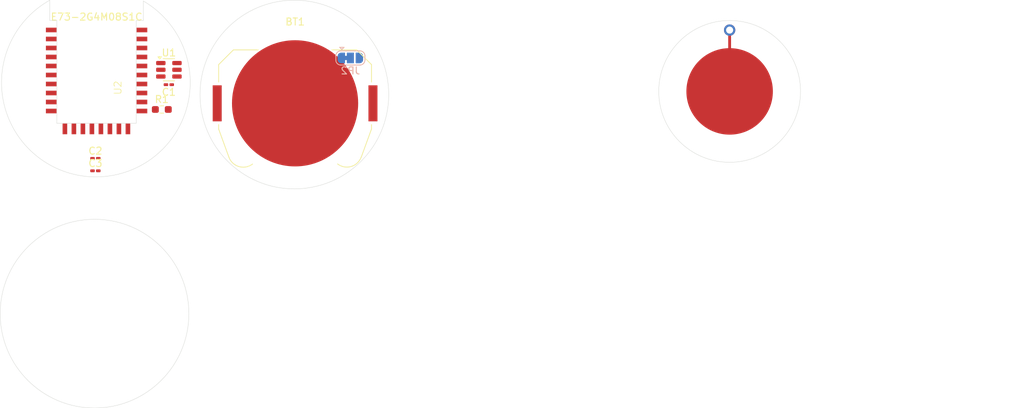
<source format=kicad_pcb>
(kicad_pcb (version 20240108) (generator "pcbnew") (generator_version "8.0")
  (layers (0 "F.Cu" signal) (31 "B.Cu" signal) (34 "B.Paste" user) (35 "F.Paste" user) (36 "B.SilkS" user "B.Silkscreen") (37 "F.SilkS" user "F.Silkscreen") (38 "B.Mask" user) (39 "F.Mask" user) (44 "Edge.Cuts" user))
  (net 0 "")
  (net 1 "Net-(U1-SNSK)")
  (net 2 "GND")
  (net 3 "Net-(U1-VDD)")
  (net 4 "OUT")
  (net 5 "Net-(JP2-C)")
  (net 6 "Net-(U1-SNS)")
  (net 7 "+BATT")
  (net 9 "Net-(C3-Pad1)")
  (footprint "Library_Pia:E73-2G4M08S1C-52840 - reverse" (layer "F.Cu") (at 141.7 110.643 90)
    (property "Reference" "U2" (at -0.1 -1.6 90) (layer "F.SilkS") (effects (font (thickness 0.1))))
    (property "Value" "E73-2G4M08S1C")
    (fp_line (start 9.4 -11.2) (end 9.4 -10.2) (stroke (width 0.05)) (layer "Edge.Cuts"))
    (fp_line (start 9.4 -10.2) (end -5.1 -10.2) (stroke (width 0.05)) (layer "Edge.Cuts"))
    (fp_line (start -5.1 -10.2) (end -5.1 1) (stroke (width 0.05)) (layer "Edge.Cuts"))
    (fp_line (start 9.4 1) (end 9.4 2) (stroke (width 0.05)) (layer "Edge.Cuts"))
    (fp_line (start -5.1 1) (end 9.4 1) (stroke (width 0.05)) (layer "Edge.Cuts"))
    (fp_text user "E73-2G4M08S1C" (at 9.902 -4.6 0) (layer "F.SilkS"))
    (pad "1" smd rect (at 8.057 -11 90) (size 0.65 1.5) (layers "F.Cu" "F.Paste" "F.Mask"))
    (pad "2" smd rect (at 6.787 -11 90) (size 0.65 1.5) (layers "F.Cu" "F.Paste" "F.Mask"))
    (pad "3" smd rect (at 5.517 -11 90) (size 0.65 1.5) (layers "F.Cu" "F.Paste" "F.Mask"))
    (pad "4" smd rect (at 4.247 -11 90) (size 0.65 1.5) (layers "F.Cu" "F.Paste" "F.Mask"))
    (pad "5" smd rect (at 2.977 -11 90) (size 0.65 1.5) (layers "F.Cu" "F.Paste" "F.Mask"))
    (pad "6" smd rect (at 1.707 -11 90) (size 0.65 1.5) (layers "F.Cu" "F.Paste" "F.Mask"))
    (pad "7" smd rect (at 0.437 -11 90) (size 0.65 1.5) (layers "F.Cu" "F.Paste" "F.Mask"))
    (pad "8" smd rect (at -0.833 -11 90) (size 0.65 1.5) (layers "F.Cu" "F.Paste" "F.Mask"))
    (pad "9" smd rect (at -2.103 -11 90) (size 0.65 1.5) (layers "F.Cu" "F.Paste" "F.Mask"))
    (pad "10" smd rect (at -3.373 -11 270) (size 0.65 1.5) (layers "F.Cu" "F.Paste" "F.Mask"))
    (pad "11" smd rect (at -5.9 -9.07 180) (size 0.65 1.5) (layers "F.Cu" "F.Paste" "F.Mask"))
    (pad "13" smd rect (at -5.9 -7.8 180) (size 0.65 1.5) (layers "F.Cu" "F.Paste" "F.Mask"))
    (pad "15" smd rect (at -5.9 -6.53 180) (size 0.65 1.5) (layers "F.Cu" "F.Paste" "F.Mask"))
    (pad "17" smd rect (at -5.9 -5.26 180) (size 0.65 1.5) (layers "F.Cu" "F.Paste" "F.Mask"))
    (pad "19" smd rect (at -5.9 -3.99 180) (size 0.65 1.5) (layers "F.Cu" "F.Paste" "F.Mask"))
    (pad "21" smd rect (at -5.9 -2.72 180) (size 0.65 1.5) (layers "F.Cu" "F.Paste" "F.Mask"))
    (pad "23" smd rect (at -5.9 -1.45 180) (size 0.65 1.5) (layers "F.Cu" "F.Paste" "F.Mask"))
    (pad "25" smd rect (at -5.9 -0.18 180) (size 0.65 1.5) (layers "F.Cu" "F.Paste" "F.Mask"))
    (pad "26" smd rect (at -3.373 1.8 90) (size 0.65 1.5) (layers "F.Cu" "F.Paste" "F.Mask"))
    (pad "27" smd rect (at -2.103 1.8 90) (size 0.65 1.5) (layers "F.Cu" "F.Paste" "F.Mask"))
    (pad "29" smd rect (at -0.833 1.8 90) (size 0.65 1.5) (layers "F.Cu" "F.Paste" "F.Mask"))
    (pad "31" smd rect (at 0.437 1.8 90) (size 0.65 1.5) (layers "F.Cu" "F.Paste" "F.Mask"))
    (pad "33" smd rect (at 1.707 1.8 90) (size 0.65 1.5) (layers "F.Cu" "F.Paste" "F.Mask"))
    (pad "35" smd rect (at 2.977 1.8 90) (size 0.65 1.5) (layers "F.Cu" "F.Paste" "F.Mask"))
    (pad "37" smd rect (at 4.247 1.8 90) (size 0.65 1.5) (layers "F.Cu" "F.Paste" "F.Mask"))
    (pad "39" smd rect (at 5.517 1.8 90) (size 0.65 1.5) (layers "F.Cu" "F.Paste" "F.Mask"))
    (pad "41" smd rect (at 6.787 1.8 90) (size 0.65 1.5) (layers "F.Cu" "F.Paste" "F.Mask"))
    (pad "43" smd rect (at 8.057 1.8 90) (size 0.65 1.5) (layers "F.Cu" "F.Paste" "F.Mask"))
  )
  (footprint "Capacitor_SMD:C_0201_0603Metric_Pad0.64x0.40mm_HandSolder" (layer "F.Cu") (at 136.9325 120.7)
    (property "Reference" "C2" (at 0 -1.05 0) (layer "F.SilkS"))
    (property "Value" "100n")
    (pad "1" smd roundrect (at -0.4075 0) (size 0.635 0.4) (layers "F.Cu" "F.Mask") (net 1 "Net-(U1-SNSK)"))
    (pad "2" smd roundrect (at 0.4075 0) (size 0.635 0.4) (layers "F.Cu" "F.Mask") (net 6 "Net-(U1-SNS)"))
  )
  (footprint "Package_TO_SOT_SMD:SOT-23-6" (layer "F.Cu") (at 147.3 108.2)
    (property "Reference" "U1" (at 0 -2.4 0) (layer "F.SilkS"))
    (property "Value" "AT42QT1010-TSHR")
    (fp_line (start 0 -1.56) (end -0.8 -1.56) (stroke (width 0.12)) (layer "F.SilkS"))
    (fp_line (start 0 -1.56) (end 0.8 -1.56) (stroke (width 0.12)) (layer "F.SilkS"))
    (fp_line (start 0 1.56) (end -0.8 1.56) (stroke (width 0.12)) (layer "F.SilkS"))
    (fp_line (start 0 1.56) (end 0.8 1.56) (stroke (width 0.12)) (layer "F.SilkS"))
    (fp_poly (pts (xy -1.3 -1.51) (xy -1.54 -1.84) (xy -1.06 -1.84) (xy -1.3 -1.51)) (stroke (width 0.12)) (fill solid) (layer "F.SilkS"))
    (pad "1" smd roundrect (at -1.1375 -0.95) (size 1.325 0.6) (layers "F.Cu" "F.Paste" "F.Mask") (net 4 "OUT"))
    (pad "2" smd roundrect (at -1.1375 0) (size 1.325 0.6) (layers "F.Cu" "F.Paste" "F.Mask") (net 2 "GND"))
    (pad "3" smd roundrect (at -1.1375 0.95) (size 1.325 0.6) (layers "F.Cu" "F.Paste" "F.Mask") (net 1 "Net-(U1-SNSK)"))
    (pad "4" smd roundrect (at 1.1375 0.95) (size 1.325 0.6) (layers "F.Cu" "F.Paste" "F.Mask") (net 6 "Net-(U1-SNS)"))
    (pad "5" smd roundrect (at 1.1375 0) (size 1.325 0.6) (layers "F.Cu" "F.Paste" "F.Mask") (net 3 "Net-(U1-VDD)"))
    (pad "6" smd roundrect (at 1.1375 -0.95) (size 1.325 0.6) (layers "F.Cu" "F.Paste" "F.Mask") (net 5 "Net-(JP2-C)"))
  )
  (footprint "Battery:BatteryHolder_Keystone_3034_1x20mm" (layer "F.Cu") (at 165.1 112.93121)
    (property "Reference" "BT1" (at 0 -11.5 0) (layer "F.SilkS"))
    (property "Value" "Battery_Cell")
    (fp_line (start -10.78 -5.46) (end -10.78 -3) (stroke (width 0.12)) (layer "F.SilkS"))
    (fp_line (start -10.78 3) (end -10.78 3.63) (stroke (width 0.12)) (layer "F.SilkS"))
    (fp_line (start -10.78 3.63) (end -9.34 7.58) (stroke (width 0.12)) (layer "F.SilkS"))
    (fp_line (start -8.7 -7.54) (end -10.78 -5.46) (stroke (width 0.12)) (layer "F.SilkS"))
    (fp_line (start -5.2 -7.54) (end -8.7 -7.54) (stroke (width 0.12)) (layer "F.SilkS"))
    (fp_line (start 8.7 -7.54) (end 5.2 -7.54) (stroke (width 0.12)) (layer "F.SilkS"))
    (fp_line (start 8.7 -7.54) (end 10.78 -5.46) (stroke (width 0.12)) (layer "F.SilkS"))
    (fp_line (start 10.78 -5.46) (end 10.78 -3) (stroke (width 0.12)) (layer "F.SilkS"))
    (fp_line (start 10.78 3) (end 10.78 3.63) (stroke (width 0.12)) (layer "F.SilkS"))
    (fp_line (start 10.78 3.63) (end 9.34 7.58) (stroke (width 0.12)) (layer "F.SilkS"))
    (fp_arc (start -6.003354 8.56653) (mid -7.921654 8.918738) (end -9.34 7.58) (stroke (width 0.12)) (layer "F.SilkS"))
    (fp_arc (start 9.325243 7.588169) (mid 7.90634 8.911668) (end 6 8.55) (stroke (width 0.12)) (layer "F.SilkS"))
    (pad "1" smd rect (at -10.985 0) (size 1.27 5.08) (layers "F.Cu" "F.Paste" "F.Mask") (net 7 "+BATT"))
    (pad "1" smd rect (at 10.985 0) (size 1.27 5.08) (layers "F.Cu" "F.Paste" "F.Mask") (net 7 "+BATT"))
    (pad "2" smd circle (at 0 0) (size 17.8 17.8) (layers "F.Cu" "F.Mask") (net 2 "GND"))
  )
  (footprint "Resistor_SMD:R_0603_1608Metric_Pad0.98x0.95mm_HandSolder" (layer "F.Cu") (at 146.3 113.8)
    (property "Reference" "R1" (at 0 -1.43 0) (layer "F.SilkS"))
    (property "Value" "R")
    (fp_line (start -0.254724 -0.5225) (end 0.254724 -0.5225) (stroke (width 0.12)) (layer "F.SilkS"))
    (fp_line (start -0.254724 0.5225) (end 0.254724 0.5225) (stroke (width 0.12)) (layer "F.SilkS"))
    (pad "1" smd roundrect (at -0.9125 0) (size 0.975 0.95) (layers "F.Cu" "F.Paste" "F.Mask") (net 1 "Net-(U1-SNSK)"))
    (pad "2" smd roundrect (at 0.9125 0) (size 0.975 0.95) (layers "F.Cu" "F.Paste" "F.Mask") (net 9 "Net-(C3-Pad1)"))
  )
  (footprint "Capacitor_SMD:C_0201_0603Metric_Pad0.64x0.40mm_HandSolder" (layer "F.Cu") (at 147.2925 110.3 180)
    (property "Reference" "C1" (at 0 -1.05 0) (layer "F.SilkS"))
    (property "Value" "100n")
    (pad "1" smd roundrect (at -0.4075 0 180) (size 0.635 0.4) (layers "F.Cu" "F.Mask") (net 3 "Net-(U1-VDD)"))
    (pad "2" smd roundrect (at 0.4075 0 180) (size 0.635 0.4) (layers "F.Cu" "F.Mask") (net 2 "GND"))
  )
  (footprint "Capacitor_SMD:C_0201_0603Metric_Pad0.64x0.40mm_HandSolder" (layer "F.Cu") (at 136.9325 122.45)
    (property "Reference" "C3" (at 0 -1.05 0) (layer "F.SilkS"))
    (property "Value" "C_Small")
    (pad "1" smd roundrect (at -0.4075 0) (size 0.635 0.4) (layers "F.Cu" "F.Mask") (net 9 "Net-(C3-Pad1)"))
    (pad "2" smd roundrect (at 0.4075 0) (size 0.635 0.4) (layers "F.Cu" "F.Mask") (net 2 "GND"))
  )
  (footprint "Jumper:SolderJumper-3_P1.3mm_Bridged12_RoundedPad1.0x1.5mm" (layer "B.Cu") (at 172.9 106.53121)
    (property "Reference" "JP2" (at 0 1.8 0) (layer "B.SilkS") (effects (justify mirror)))
    (property "Value" "SolderJumper_3_Bridged12")
    (fp_poly (pts (xy -0.9 0.3) (xy -0.4 0.3) (xy -0.4 -0.3) (xy -0.9 -0.3)) (fill solid) (layer "B.Cu"))
    (fp_line (start -2.05 0.3) (end -2.05 -0.3) (stroke (width 0.12)) (layer "B.SilkS"))
    (fp_line (start -1.5 -1.5) (end -1.2 -1.2) (stroke (width 0.12)) (layer "B.SilkS"))
    (fp_line (start -1.4 -1) (end 1.4 -1) (stroke (width 0.12)) (layer "B.SilkS"))
    (fp_line (start -0.9 -1.5) (end -1.5 -1.5) (stroke (width 0.12)) (layer "B.SilkS"))
    (fp_line (start -0.9 -1.5) (end -1.2 -1.2) (stroke (width 0.12)) (layer "B.SilkS"))
    (fp_line (start 1.4 1) (end -1.4 1) (stroke (width 0.12)) (layer "B.SilkS"))
    (fp_line (start 2.05 -0.3) (end 2.05 0.3) (stroke (width 0.12)) (layer "B.SilkS"))
    (fp_arc (start -2.05 -0.3) (mid -1.844975 -0.794975) (end -1.35 -1) (stroke (width 0.12)) (layer "B.SilkS"))
    (fp_arc (start -1.35 1) (mid -1.844975 0.794975) (end -2.05 0.3) (stroke (width 0.12)) (layer "B.SilkS"))
    (fp_arc (start 1.35 -1) (mid 1.844975 -0.794975) (end 2.05 -0.3) (stroke (width 0.12)) (layer "B.SilkS"))
    (fp_arc (start 2.05 0.3) (mid 1.844975 0.794975) (end 1.35 1) (stroke (width 0.12)) (layer "B.SilkS"))
    (pad "1" smd custom (at -1.3 0) (size 1 0.5) (layers "B.Cu" "B.Mask") (net 2 "GND") (options (clearance outline) (anchor rect)) (primitives (gr_circle (center 0 -0.25) (end 0.5 -0.25) (width 0) (fill yes)) (gr_circle (center 0 0.25) (end 0.5 0.25) (width 0) (fill yes)) (gr_poly (pts (xy 0.55 -0.75) (xy 0 -0.75) (xy 0 0.75) (xy 0.55 0.75)) (width 0) (fill yes))))
    (pad "2" smd rect (at 0 0) (size 1 1.5) (layers "B.Cu" "B.Mask") (net 5 "Net-(JP2-C)"))
    (pad "3" smd custom (at 1.3 0) (size 1 0.5) (layers "B.Cu" "B.Mask") (net 7 "+BATT") (options (clearance outline) (anchor rect)) (primitives (gr_circle (center 0 -0.25) (end 0.5 -0.25) (width 0) (fill yes)) (gr_circle (center 0 0.25) (end 0.5 0.25) (width 0) (fill yes)) (gr_poly (pts (xy 0 -0.75) (xy -0.55 -0.75) (xy -0.55 0.75) (xy 0 0.75)) (width 0) (fill yes))))
  )
  (gr_circle (center 226.4 111.25) (end 232.4 111.25) (stroke (width 0.2)) (fill solid) (layer "F.Cu"))
  (gr_arc (start 143.7 98.5) (mid 136.888317 123.308927) (end 130.493937 98.38918) (stroke (width 0.05)) (layer "Edge.Cuts"))
  (gr_circle (center 165 111.690605) (end 164.888317 124.999532) (stroke (width 0.05)) (fill none) (layer "Edge.Cuts"))
  (gr_line (start 143.7 101.243) (end 143.7 98.5) (stroke (width 0.05)) (layer "Edge.Cuts"))
  (gr_line (start 130.5 101.243) (end 130.493937 98.38918) (stroke (width 0.05)) (layer "Edge.Cuts"))
  (gr_circle (center 136.809395 142.6) (end 136.697712 155.908927) (stroke (width 0.05)) (fill none) (layer "Edge.Cuts"))
  (gr_circle (center 226.4 111.25) (end 236.4 111.25) (stroke (width 0.05)) (fill none) (layer "Edge.Cuts"))
  (segment (start 226.4 102.6) (end 226.4 111.25) (width 0.4) (layer "F.Cu") (net 0))
  (via (at 226.4 102.6) (size 1.6) (drill 1) (layers "F.Cu" "B.Cu") (net 0))
)
</source>
